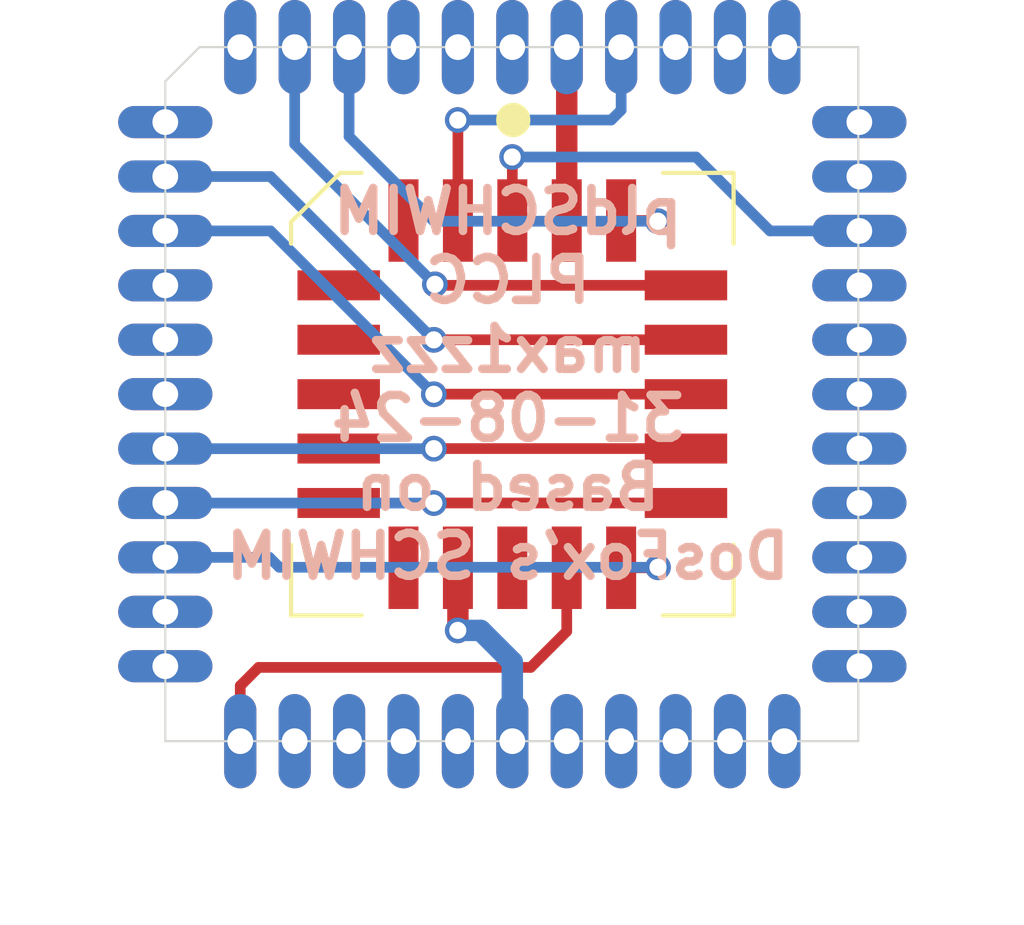
<source format=kicad_pcb>
(kicad_pcb (version 20221018) (generator pcbnew)
  (layers (0 "F.Cu" signal) (31 "B.Cu" signal) (34 "B.Paste" user) (35 "F.Paste" user) (36 "B.SilkS" user "B.Silkscreen") (37 "F.SilkS" user "F.Silkscreen") (38 "B.Mask" user) (39 "F.Mask" user) (44 "Edge.Cuts" user))
  (net 0 "")
  (net 3 "Net-(J1-Pin_4)")
  (net 4 "Net-(J1-Pin_5)")
  (net 7 "Net-(J1-Pin_8)")
  (net 8 "Net-(J1-Pin_9)")
  (net 11 "Net-(J1-Pin_13)")
  (net 12 "Net-(J1-Pin_14)")
  (net 13 "Net-(J1-Pin_15)")
  (net 16 "Net-(J1-Pin_18)")
  (net 34 "Net-(J1-Pin_37)")
  (net 40 "Net-(J1-Pin_43)")
  (net 50 "unconnected-(J1-Pin_12-Pad12)")
  (net 51 "Net-(J1-Pin_23)")
  (net 52 "Net-(J1-Pin_44)")
  (footprint "Package_LCC:PLCC-20" (layer "F.Cu") (at 93.7803 85.4686)
    (fp_text reference "U1" hide)
    (fp_text value "GAL16V8")
    (fp_line (start -5.165 -4.015) (end -5.165 -3.515) (stroke (width 0.1)) (layer "F.SilkS"))
    (fp_line (start -5.165 5.165) (end -5.165 3.515) (stroke (width 0.1)) (layer "F.SilkS"))
    (fp_line (start -4.015 -5.165) (end -5.165 -4.015) (stroke (width 0.1)) (layer "F.SilkS"))
    (fp_line (start -3.515 -5.165) (end -4.015 -5.165) (stroke (width 0.1)) (layer "F.SilkS"))
    (fp_line (start -3.515 5.165) (end -5.165 5.165) (stroke (width 0.1)) (layer "F.SilkS"))
    (fp_line (start 3.515 -5.165) (end 5.165 -5.165) (stroke (width 0.1)) (layer "F.SilkS"))
    (fp_line (start 3.515 5.165) (end 5.165 5.165) (stroke (width 0.1)) (layer "F.SilkS"))
    (fp_line (start 5.165 -5.165) (end 5.165 -3.515) (stroke (width 0.1)) (layer "F.SilkS"))
    (fp_line (start 5.165 5.165) (end 5.165 3.515) (stroke (width 0.1)) (layer "F.SilkS"))
    (pad "1" smd rect (at 0 -4.0525) (size 0.7 1.925) (layers "F.Cu" "F.Paste" "F.Mask") (net 34 "Net-(J1-Pin_37)"))
    (pad "2" smd rect (at -1.27 -4.0525) (size 0.7 1.925) (layers "F.Cu" "F.Paste" "F.Mask") (net 40 "Net-(J1-Pin_43)"))
    (pad "3" smd rect (at -2.54 -4.0525) (size 0.7 1.925) (layers "F.Cu" "F.Paste" "F.Mask"))
    (pad "4" smd rect (at -4.0525 -2.54) (size 1.925 0.7) (layers "F.Cu" "F.Paste" "F.Mask"))
    (pad "5" smd rect (at -4.0525 -1.27) (size 1.925 0.7) (layers "F.Cu" "F.Paste" "F.Mask"))
    (pad "6" smd rect (at -4.0525 0) (size 1.925 0.7) (layers "F.Cu" "F.Paste" "F.Mask"))
    (pad "7" smd rect (at -4.0525 1.27) (size 1.925 0.7) (layers "F.Cu" "F.Paste" "F.Mask"))
    (pad "8" smd rect (at -4.0525 2.54) (size 1.925 0.7) (layers "F.Cu" "F.Paste" "F.Mask"))
    (pad "9" smd rect (at -2.54 4.0525) (size 0.7 1.925) (layers "F.Cu" "F.Paste" "F.Mask"))
    (pad "10" smd rect (at -1.27 4.0525) (size 0.7 1.925) (layers "F.Cu" "F.Paste" "F.Mask") (net 51 "Net-(J1-Pin_23)"))
    (pad "11" smd rect (at 0 4.0525) (size 0.7 1.925) (layers "F.Cu" "F.Paste" "F.Mask"))
    (pad "12" smd rect (at 1.27 4.0525) (size 0.7 1.925) (layers "F.Cu" "F.Paste" "F.Mask") (net 16 "Net-(J1-Pin_18)"))
    (pad "13" smd rect (at 2.54 4.0525) (size 0.7 1.925) (layers "F.Cu" "F.Paste" "F.Mask") (net 13 "Net-(J1-Pin_15)"))
    (pad "14" smd rect (at 4.0525 2.54) (size 1.925 0.7) (layers "F.Cu" "F.Paste" "F.Mask") (net 12 "Net-(J1-Pin_14)"))
    (pad "15" smd rect (at 4.0525 1.27) (size 1.925 0.7) (layers "F.Cu" "F.Paste" "F.Mask") (net 11 "Net-(J1-Pin_13)"))
    (pad "16" smd rect (at 4.0525 0) (size 1.925 0.7) (layers "F.Cu" "F.Paste" "F.Mask") (net 8 "Net-(J1-Pin_9)"))
    (pad "17" smd rect (at 4.0525 -1.27) (size 1.925 0.7) (layers "F.Cu" "F.Paste" "F.Mask") (net 7 "Net-(J1-Pin_8)"))
    (pad "18" smd rect (at 4.0525 -2.54) (size 1.925 0.7) (layers "F.Cu" "F.Paste" "F.Mask") (net 4 "Net-(J1-Pin_5)"))
    (pad "19" smd rect (at 2.54 -4.0525) (size 0.7 1.925) (layers "F.Cu" "F.Paste" "F.Mask") (net 3 "Net-(J1-Pin_4)"))
    (pad "20" smd rect (at 1.27 -4.0525) (size 0.7 1.925) (layers "F.Cu" "F.Paste" "F.Mask") (net 52 "Net-(J1-Pin_44)"))
  )
  (footprint "pldSCHWIM:PLCC44_PCB" (layer "F.Cu") (at 93.7803 85.4686)
    (fp_text reference "J1" hide)
    (fp_text value "Conn_02x22_Counter_Clockwise")
    (fp_line (start -8.1 -7.3) (end -8.1 8.1) (stroke (width 0.05)) (layer "Edge.Cuts"))
    (fp_line (start -8.1 8.1) (end 8.075 8.1) (stroke (width 0.05)) (layer "Edge.Cuts"))
    (fp_line (start -7.300267 -8.1) (end -8.100267 -7.3) (stroke (width 0.05)) (layer "Edge.Cuts"))
    (fp_line (start 8.075 -8.1) (end -7.300267 -8.1) (stroke (width 0.05)) (layer "Edge.Cuts"))
    (fp_line (start 8.075 8.1) (end 8.075 -8.1) (stroke (width 0.05)) (layer "Edge.Cuts"))
    (pad "1" thru_hole oval (at 0 -8.1) (size 0.75 2.2) (drill 0.6) (layers "*.Cu" "*.Mask"))
    (pad "2" thru_hole oval (at -1.27 -8.1) (size 0.75 2.2) (drill 0.6) (layers "*.Cu" "*.Mask"))
    (pad "3" thru_hole oval (at -2.54 -8.1) (size 0.75 2.2) (drill 0.6) (layers "*.Cu" "*.Mask"))
    (pad "4" thru_hole oval (at -3.81 -8.1) (size 0.75 2.2) (drill 0.6) (layers "*.Cu" "*.Mask") (net 3 "Net-(J1-Pin_4)"))
    (pad "5" thru_hole oval (at -5.08 -8.1) (size 0.75 2.2) (drill 0.6) (layers "*.Cu" "*.Mask") (net 4 "Net-(J1-Pin_5)"))
    (pad "6" thru_hole oval (at -6.35 -8.1) (size 0.75 2.2) (drill 0.6) (layers "*.Cu" "*.Mask"))
    (pad "7" thru_hole oval (at -8.1 -6.35 90) (size 0.75 2.2) (drill 0.6) (layers "*.Cu" "*.Mask"))
    (pad "8" thru_hole oval (at -8.1 -5.08 90) (size 0.75 2.2) (drill 0.6) (layers "*.Cu" "*.Mask") (net 7 "Net-(J1-Pin_8)"))
    (pad "9" thru_hole oval (at -8.1 -3.81 90) (size 0.75 2.2) (drill 0.6) (layers "*.Cu" "*.Mask") (net 8 "Net-(J1-Pin_9)"))
    (pad "10" thru_hole oval (at -8.1 -2.54 90) (size 0.75 2.2) (drill 0.6) (layers "*.Cu" "*.Mask"))
    (pad "11" thru_hole oval (at -8.1 -1.27 90) (size 0.75 2.2) (drill 0.6) (layers "*.Cu" "*.Mask"))
    (pad "12" thru_hole oval (at -8.1 0 90) (size 0.75 2.2) (drill 0.6) (layers "*.Cu" "*.Mask") (net 50 "unconnected-(J1-Pin_12-Pad12)"))
    (pad "13" thru_hole oval (at -8.1 1.27 90) (size 0.75 2.2) (drill 0.6) (layers "*.Cu" "*.Mask") (net 11 "Net-(J1-Pin_13)"))
    (pad "14" thru_hole oval (at -8.1 2.54 90) (size 0.75 2.2) (drill 0.6) (layers "*.Cu" "*.Mask") (net 12 "Net-(J1-Pin_14)"))
    (pad "15" thru_hole oval (at -8.1 3.81 90) (size 0.75 2.2) (drill 0.6) (layers "*.Cu" "*.Mask") (net 13 "Net-(J1-Pin_15)"))
    (pad "16" thru_hole oval (at -8.1 5.08 90) (size 0.75 2.2) (drill 0.6) (layers "*.Cu" "*.Mask"))
    (pad "17" thru_hole oval (at -8.1 6.35 90) (size 0.75 2.2) (drill 0.6) (layers "*.Cu" "*.Mask"))
    (pad "18" thru_hole oval (at -6.35 8.1) (size 0.75 2.2) (drill 0.6) (layers "*.Cu" "*.Mask") (net 16 "Net-(J1-Pin_18)"))
    (pad "19" thru_hole oval (at -5.08 8.1) (size 0.75 2.2) (drill 0.6) (layers "*.Cu" "*.Mask"))
    (pad "20" thru_hole oval (at -3.81 8.1) (size 0.75 2.2) (drill 0.6) (layers "*.Cu" "*.Mask"))
    (pad "21" thru_hole oval (at -2.54 8.1) (size 0.75 2.2) (drill 0.6) (layers "*.Cu" "*.Mask"))
    (pad "22" thru_hole oval (at -1.27 8.1) (size 0.75 2.2) (drill 0.6) (layers "*.Cu" "*.Mask"))
    (pad "23" thru_hole oval (at 0 8.1) (size 0.75 2.2) (drill 0.6) (layers "*.Cu" "*.Mask") (net 51 "Net-(J1-Pin_23)"))
    (pad "24" thru_hole oval (at 1.27 8.1) (size 0.75 2.2) (drill 0.6) (layers "*.Cu" "*.Mask"))
    (pad "25" thru_hole oval (at 2.54 8.1) (size 0.75 2.2) (drill 0.6) (layers "*.Cu" "*.Mask"))
    (pad "26" thru_hole oval (at 3.81 8.1) (size 0.75 2.2) (drill 0.6) (layers "*.Cu" "*.Mask"))
    (pad "27" thru_hole oval (at 5.08 8.1) (size 0.75 2.2) (drill 0.6) (layers "*.Cu" "*.Mask"))
    (pad "28" thru_hole oval (at 6.35 8.1) (size 0.75 2.2) (drill 0.6) (layers "*.Cu" "*.Mask"))
    (pad "29" thru_hole oval (at 8.1 6.35 90) (size 0.75 2.2) (drill 0.6) (layers "*.Cu" "*.Mask"))
    (pad "30" thru_hole oval (at 8.1 5.08 90) (size 0.75 2.2) (drill 0.6) (layers "*.Cu" "*.Mask"))
    (pad "31" thru_hole oval (at 8.1 3.81 90) (size 0.75 2.2) (drill 0.6) (layers "*.Cu" "*.Mask"))
    (pad "32" thru_hole oval (at 8.1 2.54 90) (size 0.75 2.2) (drill 0.6) (layers "*.Cu" "*.Mask"))
    (pad "33" thru_hole oval (at 8.1 1.27 90) (size 0.75 2.2) (drill 0.6) (layers "*.Cu" "*.Mask"))
    (pad "34" thru_hole oval (at 8.1 0 90) (size 0.75 2.2) (drill 0.6) (layers "*.Cu" "*.Mask"))
    (pad "35" thru_hole oval (at 8.1 -1.27 90) (size 0.75 2.2) (drill 0.6) (layers "*.Cu" "*.Mask"))
    (pad "36" thru_hole oval (at 8.1 -2.54 90) (size 0.75 2.2) (drill 0.6) (layers "*.Cu" "*.Mask"))
    (pad "37" thru_hole oval (at 8.1 -3.81 90) (size 0.75 2.2) (drill 0.6) (layers "*.Cu" "*.Mask") (net 34 "Net-(J1-Pin_37)"))
    (pad "38" thru_hole oval (at 8.1 -5.08 90) (size 0.75 2.2) (drill 0.6) (layers "*.Cu" "*.Mask"))
    (pad "39" thru_hole oval (at 8.1 -6.35 90) (size 0.75 2.2) (drill 0.6) (layers "*.Cu" "*.Mask"))
    (pad "40" thru_hole oval (at 6.35 -8.1) (size 0.75 2.2) (drill 0.6) (layers "*.Cu" "*.Mask"))
    (pad "41" thru_hole oval (at 5.08 -8.1) (size 0.75 2.2) (drill 0.6) (layers "*.Cu" "*.Mask"))
    (pad "42" thru_hole oval (at 3.81 -8.1) (size 0.75 2.2) (drill 0.6) (layers "*.Cu" "*.Mask"))
    (pad "43" thru_hole oval (at 2.54 -8.1) (size 0.75 2.2) (drill 0.6) (layers "*.Cu" "*.Mask") (net 40 "Net-(J1-Pin_43)"))
    (pad "44" thru_hole oval (at 1.27 -8.1) (size 0.75 2.2) (drill 0.6) (layers "*.Cu" "*.Mask") (net 52 "Net-(J1-Pin_44)"))
  )
  (gr_circle (center 93.8022 79.0702) (end 94.1022 79.0702) (stroke (width 0.2)) (fill solid) (layer "F.SilkS"))
  (gr_text "pldSCHWIM\nPLCC\nmax1zzz\n31-08-24\nBased on\nDosFox's SCHWIM" (at 93.6752 89.8398) (layer "B.SilkS") (effects (font (size 1 1) (thickness 0.2) bold) (justify bottom mirror)))
  (segment (start 96.3203 81.4161) (end 97.1641 81.4161) (width 0.25) (layer "F.Cu") (net 3))
  (segment (start 97.1641 81.4161) (end 97.1804 81.4324) (width 0.25) (layer "F.Cu") (net 3))
  (via (at 97.1804 81.4324) (size 0.6) (drill 0.4) (layers "F.Cu" "B.Cu") (net 3))
  (segment (start 91.948 81.4324) (end 89.9703 79.4547) (width 0.25) (layer "B.Cu") (net 3))
  (segment (start 97.1804 81.4324) (end 91.948 81.4324) (width 0.25) (layer "B.Cu") (net 3))
  (segment (start 89.9703 79.4547) (end 89.9703 77.4936) (width 0.25) (layer "B.Cu") (net 3))
  (segment (start 91.9734 82.9056) (end 91.9964 82.9286) (width 0.25) (layer "F.Cu") (net 4))
  (segment (start 91.9964 82.9286) (end 97.8328 82.9286) (width 0.25) (layer "F.Cu") (net 4))
  (via (at 91.9734 82.9056) (size 0.6) (drill 0.4) (layers "F.Cu" "B.Cu") (net 4))
  (segment (start 91.9734 82.9056) (end 88.7003 79.6325) (width 0.25) (layer "B.Cu") (net 4))
  (segment (start 88.7003 79.6325) (end 88.7003 77.4936) (width 0.25) (layer "B.Cu") (net 4))
  (segment (start 91.9504 84.1986) (end 91.948 84.201) (width 0.25) (layer "F.Cu") (net 7))
  (segment (start 97.8328 84.1986) (end 91.9504 84.1986) (width 0.25) (layer "F.Cu") (net 7))
  (via (at 91.948 84.201) (size 0.6) (drill 0.4) (layers "F.Cu" "B.Cu") (net 7))
  (segment (start 91.948 84.201) (end 88.1356 80.3886) (width 0.25) (layer "B.Cu") (net 7))
  (segment (start 88.1356 80.3886) (end 85.8053 80.3886) (width 0.25) (layer "B.Cu") (net 7))
  (segment (start 97.8328 85.4686) (end 91.9504 85.4686) (width 0.25) (layer "F.Cu") (net 8))
  (segment (start 91.9504 85.4686) (end 91.948 85.471) (width 0.25) (layer "F.Cu") (net 8))
  (via (at 91.948 85.471) (size 0.6) (drill 0.4) (layers "F.Cu" "B.Cu") (net 8))
  (segment (start 88.1356 81.6586) (end 85.8053 81.6586) (width 0.25) (layer "B.Cu") (net 8))
  (segment (start 91.948 85.471) (end 88.1356 81.6586) (width 0.25) (layer "B.Cu") (net 8))
  (segment (start 97.8328 86.7386) (end 91.9504 86.7386) (width 0.25) (layer "F.Cu") (net 11))
  (segment (start 91.9504 86.7386) (end 91.948 86.741) (width 0.25) (layer "F.Cu") (net 11))
  (via (at 91.948 86.741) (size 0.6) (drill 0.4) (layers "F.Cu" "B.Cu") (net 11))
  (segment (start 91.948 86.741) (end 85.8053 86.741) (width 0.25) (layer "B.Cu") (net 11))
  (segment (start 85.8053 86.741) (end 85.8053 86.7386) (width 0.25) (layer "B.Cu") (net 11))
  (segment (start 91.9504 88.0086) (end 91.948 88.011) (width 0.25) (layer "F.Cu") (net 12))
  (segment (start 97.8328 88.0086) (end 91.9504 88.0086) (width 0.25) (layer "F.Cu") (net 12))
  (via (at 91.948 88.011) (size 0.6) (drill 0.4) (layers "F.Cu" "B.Cu") (net 12))
  (segment (start 85.8053 88.011) (end 85.8053 88.0086) (width 0.25) (layer "B.Cu") (net 12))
  (segment (start 91.948 88.011) (end 85.8053 88.011) (width 0.25) (layer "B.Cu") (net 12))
  (segment (start 96.3203 89.5211) (end 97.1689 89.5211) (width 0.25) (layer "F.Cu") (net 13))
  (segment (start 97.1689 89.5211) (end 97.1804 89.5096) (width 0.25) (layer "F.Cu") (net 13))
  (via (at 97.1804 89.5096) (size 0.6) (drill 0.4) (layers "F.Cu" "B.Cu") (net 13))
  (segment (start 88.3412 89.5096) (end 88.1102 89.2786) (width 0.25) (layer "B.Cu") (net 13))
  (segment (start 88.1102 89.2786) (end 85.8053 89.2786) (width 0.25) (layer "B.Cu") (net 13))
  (segment (start 97.1804 89.5096) (end 88.3412 89.5096) (width 0.25) (layer "B.Cu") (net 13))
  (segment (start 87.4303 92.2747) (end 87.4303 93.4436) (width 0.25) (layer "F.Cu") (net 16))
  (segment (start 94.2086 91.8464) (end 87.8586 91.8464) (width 0.25) (layer "F.Cu") (net 16))
  (segment (start 95.0503 91.0047) (end 94.2086 91.8464) (width 0.25) (layer "F.Cu") (net 16))
  (segment (start 87.8586 91.8464) (end 87.4303 92.2747) (width 0.25) (layer "F.Cu") (net 16))
  (segment (start 95.0503 89.5211) (end 95.0503 91.0047) (width 0.25) (layer "F.Cu") (net 16))
  (segment (start 93.7803 81.4161) (end 93.7803 79.9373) (width 0.25) (layer "F.Cu") (net 34))
  (segment (start 93.7803 79.9373) (end 93.7768 79.9338) (width 0.25) (layer "F.Cu") (net 34))
  (via (at 93.7768 79.9338) (size 0.6) (drill 0.4) (layers "F.Cu" "B.Cu") (net 34))
  (segment (start 98.0694 79.9338) (end 99.7942 81.6586) (width 0.25) (layer "B.Cu") (net 34))
  (segment (start 93.7768 79.9338) (end 98.0694 79.9338) (width 0.25) (layer "B.Cu") (net 34))
  (segment (start 99.7942 81.6586) (end 101.7303 81.6586) (width 0.25) (layer "B.Cu") (net 34))
  (segment (start 92.5068 79.0702) (end 92.5103 79.0737) (width 0.25) (layer "F.Cu") (net 40))
  (segment (start 92.5103 79.0737) (end 92.5103 81.4161) (width 0.25) (layer "F.Cu") (net 40))
  (via (at 92.5068 79.0702) (size 0.6) (drill 0.4) (layers "F.Cu" "B.Cu") (net 40))
  (segment (start 92.5068 79.0702) (end 96.0882 79.0702) (width 0.25) (layer "B.Cu") (net 40))
  (segment (start 96.0882 79.0702) (end 96.3203 78.8381) (width 0.25) (layer "B.Cu") (net 40))
  (segment (start 96.3203 78.8381) (end 96.3203 77.4936) (width 0.25) (layer "B.Cu") (net 40))
  (segment (start 85.9303 85.471) (end 85.9303 85.4686) (width 0.5) (layer "B.Cu") (net 50))
  (segment (start 92.5103 89.5211) (end 92.5103 90.9793) (width 0.5) (layer "F.Cu") (net 51))
  (segment (start 92.5103 90.9793) (end 92.5068 90.9828) (width 0.5) (layer "F.Cu") (net 51))
  (via (at 92.5068 90.9828) (size 0.6) (drill 0.4) (layers "F.Cu" "B.Cu") (net 51))
  (segment (start 92.5068 90.9828) (end 93.0402 90.9828) (width 0.5) (layer "B.Cu") (net 51))
  (segment (start 93.7803 91.7229) (end 93.7803 93.3186) (width 0.5) (layer "B.Cu") (net 51))
  (segment (start 93.0402 90.9828) (end 93.7803 91.7229) (width 0.5) (layer "B.Cu") (net 51))
  (segment (start 95.0503 81.4161) (end 95.0503 77.6186) (width 0.5) (layer "F.Cu") (net 52))
)
</source>
